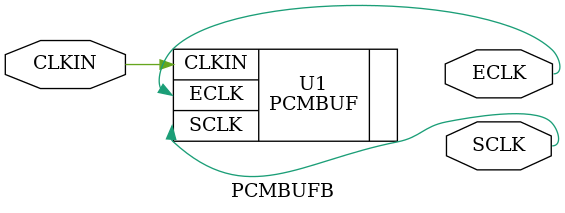
<source format=v>
`resetall
`timescale 1 ns / 1 ps

`celldefine

module PCMBUFB (CLKIN, ECLK, SCLK);
   input  CLKIN;
   output ECLK, SCLK;

   wire  CLKIN;
   wire  ECLK, SCLK;

   PCMBUF  U1  (.CLKIN(CLKIN), .ECLK(ECLK), .SCLK(SCLK) );
   

endmodule

`endcelldefine

</source>
